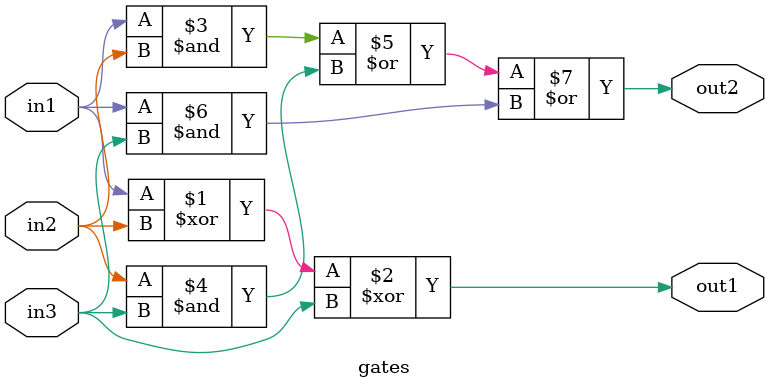
<source format=v>
module gates(input in1, input in2, input in3, output out1, output out2);
assign out1 = in1^ in2 ^in3;
assign out2 = (in1 & in2) | (in2 & in3) | (in1 & in3);
endmodule

</source>
